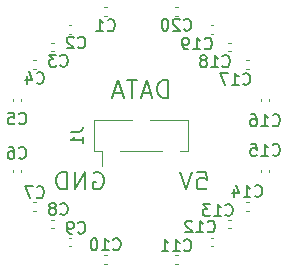
<source format=gbr>
%TF.GenerationSoftware,KiCad,Pcbnew,8.0.2-1*%
%TF.CreationDate,2025-01-26T22:20:59-08:00*%
%TF.ProjectId,Small_Pendant,536d616c-6c5f-4506-956e-64616e742e6b,rev?*%
%TF.SameCoordinates,Original*%
%TF.FileFunction,Legend,Bot*%
%TF.FilePolarity,Positive*%
%FSLAX46Y46*%
G04 Gerber Fmt 4.6, Leading zero omitted, Abs format (unit mm)*
G04 Created by KiCad (PCBNEW 8.0.2-1) date 2025-01-26 22:20:59*
%MOMM*%
%LPD*%
G01*
G04 APERTURE LIST*
%ADD10C,0.200000*%
%ADD11C,0.150000*%
%ADD12C,0.120000*%
G04 APERTURE END LIST*
D10*
X45975564Y-53132457D02*
X46118422Y-53061028D01*
X46118422Y-53061028D02*
X46332707Y-53061028D01*
X46332707Y-53061028D02*
X46546993Y-53132457D01*
X46546993Y-53132457D02*
X46689850Y-53275314D01*
X46689850Y-53275314D02*
X46761279Y-53418171D01*
X46761279Y-53418171D02*
X46832707Y-53703885D01*
X46832707Y-53703885D02*
X46832707Y-53918171D01*
X46832707Y-53918171D02*
X46761279Y-54203885D01*
X46761279Y-54203885D02*
X46689850Y-54346742D01*
X46689850Y-54346742D02*
X46546993Y-54489600D01*
X46546993Y-54489600D02*
X46332707Y-54561028D01*
X46332707Y-54561028D02*
X46189850Y-54561028D01*
X46189850Y-54561028D02*
X45975564Y-54489600D01*
X45975564Y-54489600D02*
X45904136Y-54418171D01*
X45904136Y-54418171D02*
X45904136Y-53918171D01*
X45904136Y-53918171D02*
X46189850Y-53918171D01*
X45261279Y-54561028D02*
X45261279Y-53061028D01*
X45261279Y-53061028D02*
X44404136Y-54561028D01*
X44404136Y-54561028D02*
X44404136Y-53061028D01*
X43689850Y-54561028D02*
X43689850Y-53061028D01*
X43689850Y-53061028D02*
X43332707Y-53061028D01*
X43332707Y-53061028D02*
X43118421Y-53132457D01*
X43118421Y-53132457D02*
X42975564Y-53275314D01*
X42975564Y-53275314D02*
X42904135Y-53418171D01*
X42904135Y-53418171D02*
X42832707Y-53703885D01*
X42832707Y-53703885D02*
X42832707Y-53918171D01*
X42832707Y-53918171D02*
X42904135Y-54203885D01*
X42904135Y-54203885D02*
X42975564Y-54346742D01*
X42975564Y-54346742D02*
X43118421Y-54489600D01*
X43118421Y-54489600D02*
X43332707Y-54561028D01*
X43332707Y-54561028D02*
X43689850Y-54561028D01*
X52249999Y-46806028D02*
X52249999Y-45306028D01*
X52249999Y-45306028D02*
X51892856Y-45306028D01*
X51892856Y-45306028D02*
X51678570Y-45377457D01*
X51678570Y-45377457D02*
X51535713Y-45520314D01*
X51535713Y-45520314D02*
X51464284Y-45663171D01*
X51464284Y-45663171D02*
X51392856Y-45948885D01*
X51392856Y-45948885D02*
X51392856Y-46163171D01*
X51392856Y-46163171D02*
X51464284Y-46448885D01*
X51464284Y-46448885D02*
X51535713Y-46591742D01*
X51535713Y-46591742D02*
X51678570Y-46734600D01*
X51678570Y-46734600D02*
X51892856Y-46806028D01*
X51892856Y-46806028D02*
X52249999Y-46806028D01*
X50821427Y-46377457D02*
X50107142Y-46377457D01*
X50964284Y-46806028D02*
X50464284Y-45306028D01*
X50464284Y-45306028D02*
X49964284Y-46806028D01*
X49678570Y-45306028D02*
X48821428Y-45306028D01*
X49249999Y-46806028D02*
X49249999Y-45306028D01*
X48392856Y-46377457D02*
X47678571Y-46377457D01*
X48535713Y-46806028D02*
X48035713Y-45306028D01*
X48035713Y-45306028D02*
X47535713Y-46806028D01*
X54774434Y-53061028D02*
X55488720Y-53061028D01*
X55488720Y-53061028D02*
X55560148Y-53775314D01*
X55560148Y-53775314D02*
X55488720Y-53703885D01*
X55488720Y-53703885D02*
X55345863Y-53632457D01*
X55345863Y-53632457D02*
X54988720Y-53632457D01*
X54988720Y-53632457D02*
X54845863Y-53703885D01*
X54845863Y-53703885D02*
X54774434Y-53775314D01*
X54774434Y-53775314D02*
X54703005Y-53918171D01*
X54703005Y-53918171D02*
X54703005Y-54275314D01*
X54703005Y-54275314D02*
X54774434Y-54418171D01*
X54774434Y-54418171D02*
X54845863Y-54489600D01*
X54845863Y-54489600D02*
X54988720Y-54561028D01*
X54988720Y-54561028D02*
X55345863Y-54561028D01*
X55345863Y-54561028D02*
X55488720Y-54489600D01*
X55488720Y-54489600D02*
X55560148Y-54418171D01*
X54274434Y-53061028D02*
X53774434Y-54561028D01*
X53774434Y-54561028D02*
X53274434Y-53061028D01*
D11*
X56892857Y-44109580D02*
X56940476Y-44157200D01*
X56940476Y-44157200D02*
X57083333Y-44204819D01*
X57083333Y-44204819D02*
X57178571Y-44204819D01*
X57178571Y-44204819D02*
X57321428Y-44157200D01*
X57321428Y-44157200D02*
X57416666Y-44061961D01*
X57416666Y-44061961D02*
X57464285Y-43966723D01*
X57464285Y-43966723D02*
X57511904Y-43776247D01*
X57511904Y-43776247D02*
X57511904Y-43633390D01*
X57511904Y-43633390D02*
X57464285Y-43442914D01*
X57464285Y-43442914D02*
X57416666Y-43347676D01*
X57416666Y-43347676D02*
X57321428Y-43252438D01*
X57321428Y-43252438D02*
X57178571Y-43204819D01*
X57178571Y-43204819D02*
X57083333Y-43204819D01*
X57083333Y-43204819D02*
X56940476Y-43252438D01*
X56940476Y-43252438D02*
X56892857Y-43300057D01*
X55940476Y-44204819D02*
X56511904Y-44204819D01*
X56226190Y-44204819D02*
X56226190Y-43204819D01*
X56226190Y-43204819D02*
X56321428Y-43347676D01*
X56321428Y-43347676D02*
X56416666Y-43442914D01*
X56416666Y-43442914D02*
X56511904Y-43490533D01*
X55369047Y-43633390D02*
X55464285Y-43585771D01*
X55464285Y-43585771D02*
X55511904Y-43538152D01*
X55511904Y-43538152D02*
X55559523Y-43442914D01*
X55559523Y-43442914D02*
X55559523Y-43395295D01*
X55559523Y-43395295D02*
X55511904Y-43300057D01*
X55511904Y-43300057D02*
X55464285Y-43252438D01*
X55464285Y-43252438D02*
X55369047Y-43204819D01*
X55369047Y-43204819D02*
X55178571Y-43204819D01*
X55178571Y-43204819D02*
X55083333Y-43252438D01*
X55083333Y-43252438D02*
X55035714Y-43300057D01*
X55035714Y-43300057D02*
X54988095Y-43395295D01*
X54988095Y-43395295D02*
X54988095Y-43442914D01*
X54988095Y-43442914D02*
X55035714Y-43538152D01*
X55035714Y-43538152D02*
X55083333Y-43585771D01*
X55083333Y-43585771D02*
X55178571Y-43633390D01*
X55178571Y-43633390D02*
X55369047Y-43633390D01*
X55369047Y-43633390D02*
X55464285Y-43681009D01*
X55464285Y-43681009D02*
X55511904Y-43728628D01*
X55511904Y-43728628D02*
X55559523Y-43823866D01*
X55559523Y-43823866D02*
X55559523Y-44014342D01*
X55559523Y-44014342D02*
X55511904Y-44109580D01*
X55511904Y-44109580D02*
X55464285Y-44157200D01*
X55464285Y-44157200D02*
X55369047Y-44204819D01*
X55369047Y-44204819D02*
X55178571Y-44204819D01*
X55178571Y-44204819D02*
X55083333Y-44157200D01*
X55083333Y-44157200D02*
X55035714Y-44109580D01*
X55035714Y-44109580D02*
X54988095Y-44014342D01*
X54988095Y-44014342D02*
X54988095Y-43823866D01*
X54988095Y-43823866D02*
X55035714Y-43728628D01*
X55035714Y-43728628D02*
X55083333Y-43681009D01*
X55083333Y-43681009D02*
X55178571Y-43633390D01*
X44044819Y-49666666D02*
X44759104Y-49666666D01*
X44759104Y-49666666D02*
X44901961Y-49619047D01*
X44901961Y-49619047D02*
X44997200Y-49523809D01*
X44997200Y-49523809D02*
X45044819Y-49380952D01*
X45044819Y-49380952D02*
X45044819Y-49285714D01*
X45044819Y-50666666D02*
X45044819Y-50095238D01*
X45044819Y-50380952D02*
X44044819Y-50380952D01*
X44044819Y-50380952D02*
X44187676Y-50285714D01*
X44187676Y-50285714D02*
X44282914Y-50190476D01*
X44282914Y-50190476D02*
X44330533Y-50095238D01*
X58642857Y-45609580D02*
X58690476Y-45657200D01*
X58690476Y-45657200D02*
X58833333Y-45704819D01*
X58833333Y-45704819D02*
X58928571Y-45704819D01*
X58928571Y-45704819D02*
X59071428Y-45657200D01*
X59071428Y-45657200D02*
X59166666Y-45561961D01*
X59166666Y-45561961D02*
X59214285Y-45466723D01*
X59214285Y-45466723D02*
X59261904Y-45276247D01*
X59261904Y-45276247D02*
X59261904Y-45133390D01*
X59261904Y-45133390D02*
X59214285Y-44942914D01*
X59214285Y-44942914D02*
X59166666Y-44847676D01*
X59166666Y-44847676D02*
X59071428Y-44752438D01*
X59071428Y-44752438D02*
X58928571Y-44704819D01*
X58928571Y-44704819D02*
X58833333Y-44704819D01*
X58833333Y-44704819D02*
X58690476Y-44752438D01*
X58690476Y-44752438D02*
X58642857Y-44800057D01*
X57690476Y-45704819D02*
X58261904Y-45704819D01*
X57976190Y-45704819D02*
X57976190Y-44704819D01*
X57976190Y-44704819D02*
X58071428Y-44847676D01*
X58071428Y-44847676D02*
X58166666Y-44942914D01*
X58166666Y-44942914D02*
X58261904Y-44990533D01*
X57357142Y-44704819D02*
X56690476Y-44704819D01*
X56690476Y-44704819D02*
X57119047Y-45704819D01*
X41166666Y-45519580D02*
X41214285Y-45567200D01*
X41214285Y-45567200D02*
X41357142Y-45614819D01*
X41357142Y-45614819D02*
X41452380Y-45614819D01*
X41452380Y-45614819D02*
X41595237Y-45567200D01*
X41595237Y-45567200D02*
X41690475Y-45471961D01*
X41690475Y-45471961D02*
X41738094Y-45376723D01*
X41738094Y-45376723D02*
X41785713Y-45186247D01*
X41785713Y-45186247D02*
X41785713Y-45043390D01*
X41785713Y-45043390D02*
X41738094Y-44852914D01*
X41738094Y-44852914D02*
X41690475Y-44757676D01*
X41690475Y-44757676D02*
X41595237Y-44662438D01*
X41595237Y-44662438D02*
X41452380Y-44614819D01*
X41452380Y-44614819D02*
X41357142Y-44614819D01*
X41357142Y-44614819D02*
X41214285Y-44662438D01*
X41214285Y-44662438D02*
X41166666Y-44710057D01*
X40309523Y-44948152D02*
X40309523Y-45614819D01*
X40547618Y-44567200D02*
X40785713Y-45281485D01*
X40785713Y-45281485D02*
X40166666Y-45281485D01*
X47166666Y-41059580D02*
X47214285Y-41107200D01*
X47214285Y-41107200D02*
X47357142Y-41154819D01*
X47357142Y-41154819D02*
X47452380Y-41154819D01*
X47452380Y-41154819D02*
X47595237Y-41107200D01*
X47595237Y-41107200D02*
X47690475Y-41011961D01*
X47690475Y-41011961D02*
X47738094Y-40916723D01*
X47738094Y-40916723D02*
X47785713Y-40726247D01*
X47785713Y-40726247D02*
X47785713Y-40583390D01*
X47785713Y-40583390D02*
X47738094Y-40392914D01*
X47738094Y-40392914D02*
X47690475Y-40297676D01*
X47690475Y-40297676D02*
X47595237Y-40202438D01*
X47595237Y-40202438D02*
X47452380Y-40154819D01*
X47452380Y-40154819D02*
X47357142Y-40154819D01*
X47357142Y-40154819D02*
X47214285Y-40202438D01*
X47214285Y-40202438D02*
X47166666Y-40250057D01*
X46214285Y-41154819D02*
X46785713Y-41154819D01*
X46499999Y-41154819D02*
X46499999Y-40154819D01*
X46499999Y-40154819D02*
X46595237Y-40297676D01*
X46595237Y-40297676D02*
X46690475Y-40392914D01*
X46690475Y-40392914D02*
X46785713Y-40440533D01*
X39666666Y-48959580D02*
X39714285Y-49007200D01*
X39714285Y-49007200D02*
X39857142Y-49054819D01*
X39857142Y-49054819D02*
X39952380Y-49054819D01*
X39952380Y-49054819D02*
X40095237Y-49007200D01*
X40095237Y-49007200D02*
X40190475Y-48911961D01*
X40190475Y-48911961D02*
X40238094Y-48816723D01*
X40238094Y-48816723D02*
X40285713Y-48626247D01*
X40285713Y-48626247D02*
X40285713Y-48483390D01*
X40285713Y-48483390D02*
X40238094Y-48292914D01*
X40238094Y-48292914D02*
X40190475Y-48197676D01*
X40190475Y-48197676D02*
X40095237Y-48102438D01*
X40095237Y-48102438D02*
X39952380Y-48054819D01*
X39952380Y-48054819D02*
X39857142Y-48054819D01*
X39857142Y-48054819D02*
X39714285Y-48102438D01*
X39714285Y-48102438D02*
X39666666Y-48150057D01*
X38761904Y-48054819D02*
X39238094Y-48054819D01*
X39238094Y-48054819D02*
X39285713Y-48531009D01*
X39285713Y-48531009D02*
X39238094Y-48483390D01*
X39238094Y-48483390D02*
X39142856Y-48435771D01*
X39142856Y-48435771D02*
X38904761Y-48435771D01*
X38904761Y-48435771D02*
X38809523Y-48483390D01*
X38809523Y-48483390D02*
X38761904Y-48531009D01*
X38761904Y-48531009D02*
X38714285Y-48626247D01*
X38714285Y-48626247D02*
X38714285Y-48864342D01*
X38714285Y-48864342D02*
X38761904Y-48959580D01*
X38761904Y-48959580D02*
X38809523Y-49007200D01*
X38809523Y-49007200D02*
X38904761Y-49054819D01*
X38904761Y-49054819D02*
X39142856Y-49054819D01*
X39142856Y-49054819D02*
X39238094Y-49007200D01*
X39238094Y-49007200D02*
X39285713Y-48959580D01*
X43166666Y-44059580D02*
X43214285Y-44107200D01*
X43214285Y-44107200D02*
X43357142Y-44154819D01*
X43357142Y-44154819D02*
X43452380Y-44154819D01*
X43452380Y-44154819D02*
X43595237Y-44107200D01*
X43595237Y-44107200D02*
X43690475Y-44011961D01*
X43690475Y-44011961D02*
X43738094Y-43916723D01*
X43738094Y-43916723D02*
X43785713Y-43726247D01*
X43785713Y-43726247D02*
X43785713Y-43583390D01*
X43785713Y-43583390D02*
X43738094Y-43392914D01*
X43738094Y-43392914D02*
X43690475Y-43297676D01*
X43690475Y-43297676D02*
X43595237Y-43202438D01*
X43595237Y-43202438D02*
X43452380Y-43154819D01*
X43452380Y-43154819D02*
X43357142Y-43154819D01*
X43357142Y-43154819D02*
X43214285Y-43202438D01*
X43214285Y-43202438D02*
X43166666Y-43250057D01*
X42833332Y-43154819D02*
X42214285Y-43154819D01*
X42214285Y-43154819D02*
X42547618Y-43535771D01*
X42547618Y-43535771D02*
X42404761Y-43535771D01*
X42404761Y-43535771D02*
X42309523Y-43583390D01*
X42309523Y-43583390D02*
X42261904Y-43631009D01*
X42261904Y-43631009D02*
X42214285Y-43726247D01*
X42214285Y-43726247D02*
X42214285Y-43964342D01*
X42214285Y-43964342D02*
X42261904Y-44059580D01*
X42261904Y-44059580D02*
X42309523Y-44107200D01*
X42309523Y-44107200D02*
X42404761Y-44154819D01*
X42404761Y-44154819D02*
X42690475Y-44154819D01*
X42690475Y-44154819D02*
X42785713Y-44107200D01*
X42785713Y-44107200D02*
X42833332Y-44059580D01*
X43166666Y-56609580D02*
X43214285Y-56657200D01*
X43214285Y-56657200D02*
X43357142Y-56704819D01*
X43357142Y-56704819D02*
X43452380Y-56704819D01*
X43452380Y-56704819D02*
X43595237Y-56657200D01*
X43595237Y-56657200D02*
X43690475Y-56561961D01*
X43690475Y-56561961D02*
X43738094Y-56466723D01*
X43738094Y-56466723D02*
X43785713Y-56276247D01*
X43785713Y-56276247D02*
X43785713Y-56133390D01*
X43785713Y-56133390D02*
X43738094Y-55942914D01*
X43738094Y-55942914D02*
X43690475Y-55847676D01*
X43690475Y-55847676D02*
X43595237Y-55752438D01*
X43595237Y-55752438D02*
X43452380Y-55704819D01*
X43452380Y-55704819D02*
X43357142Y-55704819D01*
X43357142Y-55704819D02*
X43214285Y-55752438D01*
X43214285Y-55752438D02*
X43166666Y-55800057D01*
X42595237Y-56133390D02*
X42690475Y-56085771D01*
X42690475Y-56085771D02*
X42738094Y-56038152D01*
X42738094Y-56038152D02*
X42785713Y-55942914D01*
X42785713Y-55942914D02*
X42785713Y-55895295D01*
X42785713Y-55895295D02*
X42738094Y-55800057D01*
X42738094Y-55800057D02*
X42690475Y-55752438D01*
X42690475Y-55752438D02*
X42595237Y-55704819D01*
X42595237Y-55704819D02*
X42404761Y-55704819D01*
X42404761Y-55704819D02*
X42309523Y-55752438D01*
X42309523Y-55752438D02*
X42261904Y-55800057D01*
X42261904Y-55800057D02*
X42214285Y-55895295D01*
X42214285Y-55895295D02*
X42214285Y-55942914D01*
X42214285Y-55942914D02*
X42261904Y-56038152D01*
X42261904Y-56038152D02*
X42309523Y-56085771D01*
X42309523Y-56085771D02*
X42404761Y-56133390D01*
X42404761Y-56133390D02*
X42595237Y-56133390D01*
X42595237Y-56133390D02*
X42690475Y-56181009D01*
X42690475Y-56181009D02*
X42738094Y-56228628D01*
X42738094Y-56228628D02*
X42785713Y-56323866D01*
X42785713Y-56323866D02*
X42785713Y-56514342D01*
X42785713Y-56514342D02*
X42738094Y-56609580D01*
X42738094Y-56609580D02*
X42690475Y-56657200D01*
X42690475Y-56657200D02*
X42595237Y-56704819D01*
X42595237Y-56704819D02*
X42404761Y-56704819D01*
X42404761Y-56704819D02*
X42309523Y-56657200D01*
X42309523Y-56657200D02*
X42261904Y-56609580D01*
X42261904Y-56609580D02*
X42214285Y-56514342D01*
X42214285Y-56514342D02*
X42214285Y-56323866D01*
X42214285Y-56323866D02*
X42261904Y-56228628D01*
X42261904Y-56228628D02*
X42309523Y-56181009D01*
X42309523Y-56181009D02*
X42404761Y-56133390D01*
X59642857Y-55109580D02*
X59690476Y-55157200D01*
X59690476Y-55157200D02*
X59833333Y-55204819D01*
X59833333Y-55204819D02*
X59928571Y-55204819D01*
X59928571Y-55204819D02*
X60071428Y-55157200D01*
X60071428Y-55157200D02*
X60166666Y-55061961D01*
X60166666Y-55061961D02*
X60214285Y-54966723D01*
X60214285Y-54966723D02*
X60261904Y-54776247D01*
X60261904Y-54776247D02*
X60261904Y-54633390D01*
X60261904Y-54633390D02*
X60214285Y-54442914D01*
X60214285Y-54442914D02*
X60166666Y-54347676D01*
X60166666Y-54347676D02*
X60071428Y-54252438D01*
X60071428Y-54252438D02*
X59928571Y-54204819D01*
X59928571Y-54204819D02*
X59833333Y-54204819D01*
X59833333Y-54204819D02*
X59690476Y-54252438D01*
X59690476Y-54252438D02*
X59642857Y-54300057D01*
X58690476Y-55204819D02*
X59261904Y-55204819D01*
X58976190Y-55204819D02*
X58976190Y-54204819D01*
X58976190Y-54204819D02*
X59071428Y-54347676D01*
X59071428Y-54347676D02*
X59166666Y-54442914D01*
X59166666Y-54442914D02*
X59261904Y-54490533D01*
X57833333Y-54538152D02*
X57833333Y-55204819D01*
X58071428Y-54157200D02*
X58309523Y-54871485D01*
X58309523Y-54871485D02*
X57690476Y-54871485D01*
X55642857Y-58109580D02*
X55690476Y-58157200D01*
X55690476Y-58157200D02*
X55833333Y-58204819D01*
X55833333Y-58204819D02*
X55928571Y-58204819D01*
X55928571Y-58204819D02*
X56071428Y-58157200D01*
X56071428Y-58157200D02*
X56166666Y-58061961D01*
X56166666Y-58061961D02*
X56214285Y-57966723D01*
X56214285Y-57966723D02*
X56261904Y-57776247D01*
X56261904Y-57776247D02*
X56261904Y-57633390D01*
X56261904Y-57633390D02*
X56214285Y-57442914D01*
X56214285Y-57442914D02*
X56166666Y-57347676D01*
X56166666Y-57347676D02*
X56071428Y-57252438D01*
X56071428Y-57252438D02*
X55928571Y-57204819D01*
X55928571Y-57204819D02*
X55833333Y-57204819D01*
X55833333Y-57204819D02*
X55690476Y-57252438D01*
X55690476Y-57252438D02*
X55642857Y-57300057D01*
X54690476Y-58204819D02*
X55261904Y-58204819D01*
X54976190Y-58204819D02*
X54976190Y-57204819D01*
X54976190Y-57204819D02*
X55071428Y-57347676D01*
X55071428Y-57347676D02*
X55166666Y-57442914D01*
X55166666Y-57442914D02*
X55261904Y-57490533D01*
X54309523Y-57300057D02*
X54261904Y-57252438D01*
X54261904Y-57252438D02*
X54166666Y-57204819D01*
X54166666Y-57204819D02*
X53928571Y-57204819D01*
X53928571Y-57204819D02*
X53833333Y-57252438D01*
X53833333Y-57252438D02*
X53785714Y-57300057D01*
X53785714Y-57300057D02*
X53738095Y-57395295D01*
X53738095Y-57395295D02*
X53738095Y-57490533D01*
X53738095Y-57490533D02*
X53785714Y-57633390D01*
X53785714Y-57633390D02*
X54357142Y-58204819D01*
X54357142Y-58204819D02*
X53738095Y-58204819D01*
X53642857Y-59699580D02*
X53690476Y-59747200D01*
X53690476Y-59747200D02*
X53833333Y-59794819D01*
X53833333Y-59794819D02*
X53928571Y-59794819D01*
X53928571Y-59794819D02*
X54071428Y-59747200D01*
X54071428Y-59747200D02*
X54166666Y-59651961D01*
X54166666Y-59651961D02*
X54214285Y-59556723D01*
X54214285Y-59556723D02*
X54261904Y-59366247D01*
X54261904Y-59366247D02*
X54261904Y-59223390D01*
X54261904Y-59223390D02*
X54214285Y-59032914D01*
X54214285Y-59032914D02*
X54166666Y-58937676D01*
X54166666Y-58937676D02*
X54071428Y-58842438D01*
X54071428Y-58842438D02*
X53928571Y-58794819D01*
X53928571Y-58794819D02*
X53833333Y-58794819D01*
X53833333Y-58794819D02*
X53690476Y-58842438D01*
X53690476Y-58842438D02*
X53642857Y-58890057D01*
X52690476Y-59794819D02*
X53261904Y-59794819D01*
X52976190Y-59794819D02*
X52976190Y-58794819D01*
X52976190Y-58794819D02*
X53071428Y-58937676D01*
X53071428Y-58937676D02*
X53166666Y-59032914D01*
X53166666Y-59032914D02*
X53261904Y-59080533D01*
X51738095Y-59794819D02*
X52309523Y-59794819D01*
X52023809Y-59794819D02*
X52023809Y-58794819D01*
X52023809Y-58794819D02*
X52119047Y-58937676D01*
X52119047Y-58937676D02*
X52214285Y-59032914D01*
X52214285Y-59032914D02*
X52309523Y-59080533D01*
X61142857Y-49109580D02*
X61190476Y-49157200D01*
X61190476Y-49157200D02*
X61333333Y-49204819D01*
X61333333Y-49204819D02*
X61428571Y-49204819D01*
X61428571Y-49204819D02*
X61571428Y-49157200D01*
X61571428Y-49157200D02*
X61666666Y-49061961D01*
X61666666Y-49061961D02*
X61714285Y-48966723D01*
X61714285Y-48966723D02*
X61761904Y-48776247D01*
X61761904Y-48776247D02*
X61761904Y-48633390D01*
X61761904Y-48633390D02*
X61714285Y-48442914D01*
X61714285Y-48442914D02*
X61666666Y-48347676D01*
X61666666Y-48347676D02*
X61571428Y-48252438D01*
X61571428Y-48252438D02*
X61428571Y-48204819D01*
X61428571Y-48204819D02*
X61333333Y-48204819D01*
X61333333Y-48204819D02*
X61190476Y-48252438D01*
X61190476Y-48252438D02*
X61142857Y-48300057D01*
X60190476Y-49204819D02*
X60761904Y-49204819D01*
X60476190Y-49204819D02*
X60476190Y-48204819D01*
X60476190Y-48204819D02*
X60571428Y-48347676D01*
X60571428Y-48347676D02*
X60666666Y-48442914D01*
X60666666Y-48442914D02*
X60761904Y-48490533D01*
X59333333Y-48204819D02*
X59523809Y-48204819D01*
X59523809Y-48204819D02*
X59619047Y-48252438D01*
X59619047Y-48252438D02*
X59666666Y-48300057D01*
X59666666Y-48300057D02*
X59761904Y-48442914D01*
X59761904Y-48442914D02*
X59809523Y-48633390D01*
X59809523Y-48633390D02*
X59809523Y-49014342D01*
X59809523Y-49014342D02*
X59761904Y-49109580D01*
X59761904Y-49109580D02*
X59714285Y-49157200D01*
X59714285Y-49157200D02*
X59619047Y-49204819D01*
X59619047Y-49204819D02*
X59428571Y-49204819D01*
X59428571Y-49204819D02*
X59333333Y-49157200D01*
X59333333Y-49157200D02*
X59285714Y-49109580D01*
X59285714Y-49109580D02*
X59238095Y-49014342D01*
X59238095Y-49014342D02*
X59238095Y-48776247D01*
X59238095Y-48776247D02*
X59285714Y-48681009D01*
X59285714Y-48681009D02*
X59333333Y-48633390D01*
X59333333Y-48633390D02*
X59428571Y-48585771D01*
X59428571Y-48585771D02*
X59619047Y-48585771D01*
X59619047Y-48585771D02*
X59714285Y-48633390D01*
X59714285Y-48633390D02*
X59761904Y-48681009D01*
X59761904Y-48681009D02*
X59809523Y-48776247D01*
X53642857Y-41019580D02*
X53690476Y-41067200D01*
X53690476Y-41067200D02*
X53833333Y-41114819D01*
X53833333Y-41114819D02*
X53928571Y-41114819D01*
X53928571Y-41114819D02*
X54071428Y-41067200D01*
X54071428Y-41067200D02*
X54166666Y-40971961D01*
X54166666Y-40971961D02*
X54214285Y-40876723D01*
X54214285Y-40876723D02*
X54261904Y-40686247D01*
X54261904Y-40686247D02*
X54261904Y-40543390D01*
X54261904Y-40543390D02*
X54214285Y-40352914D01*
X54214285Y-40352914D02*
X54166666Y-40257676D01*
X54166666Y-40257676D02*
X54071428Y-40162438D01*
X54071428Y-40162438D02*
X53928571Y-40114819D01*
X53928571Y-40114819D02*
X53833333Y-40114819D01*
X53833333Y-40114819D02*
X53690476Y-40162438D01*
X53690476Y-40162438D02*
X53642857Y-40210057D01*
X53261904Y-40210057D02*
X53214285Y-40162438D01*
X53214285Y-40162438D02*
X53119047Y-40114819D01*
X53119047Y-40114819D02*
X52880952Y-40114819D01*
X52880952Y-40114819D02*
X52785714Y-40162438D01*
X52785714Y-40162438D02*
X52738095Y-40210057D01*
X52738095Y-40210057D02*
X52690476Y-40305295D01*
X52690476Y-40305295D02*
X52690476Y-40400533D01*
X52690476Y-40400533D02*
X52738095Y-40543390D01*
X52738095Y-40543390D02*
X53309523Y-41114819D01*
X53309523Y-41114819D02*
X52690476Y-41114819D01*
X52071428Y-40114819D02*
X51976190Y-40114819D01*
X51976190Y-40114819D02*
X51880952Y-40162438D01*
X51880952Y-40162438D02*
X51833333Y-40210057D01*
X51833333Y-40210057D02*
X51785714Y-40305295D01*
X51785714Y-40305295D02*
X51738095Y-40495771D01*
X51738095Y-40495771D02*
X51738095Y-40733866D01*
X51738095Y-40733866D02*
X51785714Y-40924342D01*
X51785714Y-40924342D02*
X51833333Y-41019580D01*
X51833333Y-41019580D02*
X51880952Y-41067200D01*
X51880952Y-41067200D02*
X51976190Y-41114819D01*
X51976190Y-41114819D02*
X52071428Y-41114819D01*
X52071428Y-41114819D02*
X52166666Y-41067200D01*
X52166666Y-41067200D02*
X52214285Y-41019580D01*
X52214285Y-41019580D02*
X52261904Y-40924342D01*
X52261904Y-40924342D02*
X52309523Y-40733866D01*
X52309523Y-40733866D02*
X52309523Y-40495771D01*
X52309523Y-40495771D02*
X52261904Y-40305295D01*
X52261904Y-40305295D02*
X52214285Y-40210057D01*
X52214285Y-40210057D02*
X52166666Y-40162438D01*
X52166666Y-40162438D02*
X52071428Y-40114819D01*
X44666666Y-58199580D02*
X44714285Y-58247200D01*
X44714285Y-58247200D02*
X44857142Y-58294819D01*
X44857142Y-58294819D02*
X44952380Y-58294819D01*
X44952380Y-58294819D02*
X45095237Y-58247200D01*
X45095237Y-58247200D02*
X45190475Y-58151961D01*
X45190475Y-58151961D02*
X45238094Y-58056723D01*
X45238094Y-58056723D02*
X45285713Y-57866247D01*
X45285713Y-57866247D02*
X45285713Y-57723390D01*
X45285713Y-57723390D02*
X45238094Y-57532914D01*
X45238094Y-57532914D02*
X45190475Y-57437676D01*
X45190475Y-57437676D02*
X45095237Y-57342438D01*
X45095237Y-57342438D02*
X44952380Y-57294819D01*
X44952380Y-57294819D02*
X44857142Y-57294819D01*
X44857142Y-57294819D02*
X44714285Y-57342438D01*
X44714285Y-57342438D02*
X44666666Y-57390057D01*
X44190475Y-58294819D02*
X43999999Y-58294819D01*
X43999999Y-58294819D02*
X43904761Y-58247200D01*
X43904761Y-58247200D02*
X43857142Y-58199580D01*
X43857142Y-58199580D02*
X43761904Y-58056723D01*
X43761904Y-58056723D02*
X43714285Y-57866247D01*
X43714285Y-57866247D02*
X43714285Y-57485295D01*
X43714285Y-57485295D02*
X43761904Y-57390057D01*
X43761904Y-57390057D02*
X43809523Y-57342438D01*
X43809523Y-57342438D02*
X43904761Y-57294819D01*
X43904761Y-57294819D02*
X44095237Y-57294819D01*
X44095237Y-57294819D02*
X44190475Y-57342438D01*
X44190475Y-57342438D02*
X44238094Y-57390057D01*
X44238094Y-57390057D02*
X44285713Y-57485295D01*
X44285713Y-57485295D02*
X44285713Y-57723390D01*
X44285713Y-57723390D02*
X44238094Y-57818628D01*
X44238094Y-57818628D02*
X44190475Y-57866247D01*
X44190475Y-57866247D02*
X44095237Y-57913866D01*
X44095237Y-57913866D02*
X43904761Y-57913866D01*
X43904761Y-57913866D02*
X43809523Y-57866247D01*
X43809523Y-57866247D02*
X43761904Y-57818628D01*
X43761904Y-57818628D02*
X43714285Y-57723390D01*
X44666666Y-42519580D02*
X44714285Y-42567200D01*
X44714285Y-42567200D02*
X44857142Y-42614819D01*
X44857142Y-42614819D02*
X44952380Y-42614819D01*
X44952380Y-42614819D02*
X45095237Y-42567200D01*
X45095237Y-42567200D02*
X45190475Y-42471961D01*
X45190475Y-42471961D02*
X45238094Y-42376723D01*
X45238094Y-42376723D02*
X45285713Y-42186247D01*
X45285713Y-42186247D02*
X45285713Y-42043390D01*
X45285713Y-42043390D02*
X45238094Y-41852914D01*
X45238094Y-41852914D02*
X45190475Y-41757676D01*
X45190475Y-41757676D02*
X45095237Y-41662438D01*
X45095237Y-41662438D02*
X44952380Y-41614819D01*
X44952380Y-41614819D02*
X44857142Y-41614819D01*
X44857142Y-41614819D02*
X44714285Y-41662438D01*
X44714285Y-41662438D02*
X44666666Y-41710057D01*
X44285713Y-41710057D02*
X44238094Y-41662438D01*
X44238094Y-41662438D02*
X44142856Y-41614819D01*
X44142856Y-41614819D02*
X43904761Y-41614819D01*
X43904761Y-41614819D02*
X43809523Y-41662438D01*
X43809523Y-41662438D02*
X43761904Y-41710057D01*
X43761904Y-41710057D02*
X43714285Y-41805295D01*
X43714285Y-41805295D02*
X43714285Y-41900533D01*
X43714285Y-41900533D02*
X43761904Y-42043390D01*
X43761904Y-42043390D02*
X44333332Y-42614819D01*
X44333332Y-42614819D02*
X43714285Y-42614819D01*
X57142857Y-56699580D02*
X57190476Y-56747200D01*
X57190476Y-56747200D02*
X57333333Y-56794819D01*
X57333333Y-56794819D02*
X57428571Y-56794819D01*
X57428571Y-56794819D02*
X57571428Y-56747200D01*
X57571428Y-56747200D02*
X57666666Y-56651961D01*
X57666666Y-56651961D02*
X57714285Y-56556723D01*
X57714285Y-56556723D02*
X57761904Y-56366247D01*
X57761904Y-56366247D02*
X57761904Y-56223390D01*
X57761904Y-56223390D02*
X57714285Y-56032914D01*
X57714285Y-56032914D02*
X57666666Y-55937676D01*
X57666666Y-55937676D02*
X57571428Y-55842438D01*
X57571428Y-55842438D02*
X57428571Y-55794819D01*
X57428571Y-55794819D02*
X57333333Y-55794819D01*
X57333333Y-55794819D02*
X57190476Y-55842438D01*
X57190476Y-55842438D02*
X57142857Y-55890057D01*
X56190476Y-56794819D02*
X56761904Y-56794819D01*
X56476190Y-56794819D02*
X56476190Y-55794819D01*
X56476190Y-55794819D02*
X56571428Y-55937676D01*
X56571428Y-55937676D02*
X56666666Y-56032914D01*
X56666666Y-56032914D02*
X56761904Y-56080533D01*
X55857142Y-55794819D02*
X55238095Y-55794819D01*
X55238095Y-55794819D02*
X55571428Y-56175771D01*
X55571428Y-56175771D02*
X55428571Y-56175771D01*
X55428571Y-56175771D02*
X55333333Y-56223390D01*
X55333333Y-56223390D02*
X55285714Y-56271009D01*
X55285714Y-56271009D02*
X55238095Y-56366247D01*
X55238095Y-56366247D02*
X55238095Y-56604342D01*
X55238095Y-56604342D02*
X55285714Y-56699580D01*
X55285714Y-56699580D02*
X55333333Y-56747200D01*
X55333333Y-56747200D02*
X55428571Y-56794819D01*
X55428571Y-56794819D02*
X55714285Y-56794819D01*
X55714285Y-56794819D02*
X55809523Y-56747200D01*
X55809523Y-56747200D02*
X55857142Y-56699580D01*
X61142857Y-51609580D02*
X61190476Y-51657200D01*
X61190476Y-51657200D02*
X61333333Y-51704819D01*
X61333333Y-51704819D02*
X61428571Y-51704819D01*
X61428571Y-51704819D02*
X61571428Y-51657200D01*
X61571428Y-51657200D02*
X61666666Y-51561961D01*
X61666666Y-51561961D02*
X61714285Y-51466723D01*
X61714285Y-51466723D02*
X61761904Y-51276247D01*
X61761904Y-51276247D02*
X61761904Y-51133390D01*
X61761904Y-51133390D02*
X61714285Y-50942914D01*
X61714285Y-50942914D02*
X61666666Y-50847676D01*
X61666666Y-50847676D02*
X61571428Y-50752438D01*
X61571428Y-50752438D02*
X61428571Y-50704819D01*
X61428571Y-50704819D02*
X61333333Y-50704819D01*
X61333333Y-50704819D02*
X61190476Y-50752438D01*
X61190476Y-50752438D02*
X61142857Y-50800057D01*
X60190476Y-51704819D02*
X60761904Y-51704819D01*
X60476190Y-51704819D02*
X60476190Y-50704819D01*
X60476190Y-50704819D02*
X60571428Y-50847676D01*
X60571428Y-50847676D02*
X60666666Y-50942914D01*
X60666666Y-50942914D02*
X60761904Y-50990533D01*
X59285714Y-50704819D02*
X59761904Y-50704819D01*
X59761904Y-50704819D02*
X59809523Y-51181009D01*
X59809523Y-51181009D02*
X59761904Y-51133390D01*
X59761904Y-51133390D02*
X59666666Y-51085771D01*
X59666666Y-51085771D02*
X59428571Y-51085771D01*
X59428571Y-51085771D02*
X59333333Y-51133390D01*
X59333333Y-51133390D02*
X59285714Y-51181009D01*
X59285714Y-51181009D02*
X59238095Y-51276247D01*
X59238095Y-51276247D02*
X59238095Y-51514342D01*
X59238095Y-51514342D02*
X59285714Y-51609580D01*
X59285714Y-51609580D02*
X59333333Y-51657200D01*
X59333333Y-51657200D02*
X59428571Y-51704819D01*
X59428571Y-51704819D02*
X59666666Y-51704819D01*
X59666666Y-51704819D02*
X59761904Y-51657200D01*
X59761904Y-51657200D02*
X59809523Y-51609580D01*
X47642857Y-59609580D02*
X47690476Y-59657200D01*
X47690476Y-59657200D02*
X47833333Y-59704819D01*
X47833333Y-59704819D02*
X47928571Y-59704819D01*
X47928571Y-59704819D02*
X48071428Y-59657200D01*
X48071428Y-59657200D02*
X48166666Y-59561961D01*
X48166666Y-59561961D02*
X48214285Y-59466723D01*
X48214285Y-59466723D02*
X48261904Y-59276247D01*
X48261904Y-59276247D02*
X48261904Y-59133390D01*
X48261904Y-59133390D02*
X48214285Y-58942914D01*
X48214285Y-58942914D02*
X48166666Y-58847676D01*
X48166666Y-58847676D02*
X48071428Y-58752438D01*
X48071428Y-58752438D02*
X47928571Y-58704819D01*
X47928571Y-58704819D02*
X47833333Y-58704819D01*
X47833333Y-58704819D02*
X47690476Y-58752438D01*
X47690476Y-58752438D02*
X47642857Y-58800057D01*
X46690476Y-59704819D02*
X47261904Y-59704819D01*
X46976190Y-59704819D02*
X46976190Y-58704819D01*
X46976190Y-58704819D02*
X47071428Y-58847676D01*
X47071428Y-58847676D02*
X47166666Y-58942914D01*
X47166666Y-58942914D02*
X47261904Y-58990533D01*
X46071428Y-58704819D02*
X45976190Y-58704819D01*
X45976190Y-58704819D02*
X45880952Y-58752438D01*
X45880952Y-58752438D02*
X45833333Y-58800057D01*
X45833333Y-58800057D02*
X45785714Y-58895295D01*
X45785714Y-58895295D02*
X45738095Y-59085771D01*
X45738095Y-59085771D02*
X45738095Y-59323866D01*
X45738095Y-59323866D02*
X45785714Y-59514342D01*
X45785714Y-59514342D02*
X45833333Y-59609580D01*
X45833333Y-59609580D02*
X45880952Y-59657200D01*
X45880952Y-59657200D02*
X45976190Y-59704819D01*
X45976190Y-59704819D02*
X46071428Y-59704819D01*
X46071428Y-59704819D02*
X46166666Y-59657200D01*
X46166666Y-59657200D02*
X46214285Y-59609580D01*
X46214285Y-59609580D02*
X46261904Y-59514342D01*
X46261904Y-59514342D02*
X46309523Y-59323866D01*
X46309523Y-59323866D02*
X46309523Y-59085771D01*
X46309523Y-59085771D02*
X46261904Y-58895295D01*
X46261904Y-58895295D02*
X46214285Y-58800057D01*
X46214285Y-58800057D02*
X46166666Y-58752438D01*
X46166666Y-58752438D02*
X46071428Y-58704819D01*
X41166666Y-55199580D02*
X41214285Y-55247200D01*
X41214285Y-55247200D02*
X41357142Y-55294819D01*
X41357142Y-55294819D02*
X41452380Y-55294819D01*
X41452380Y-55294819D02*
X41595237Y-55247200D01*
X41595237Y-55247200D02*
X41690475Y-55151961D01*
X41690475Y-55151961D02*
X41738094Y-55056723D01*
X41738094Y-55056723D02*
X41785713Y-54866247D01*
X41785713Y-54866247D02*
X41785713Y-54723390D01*
X41785713Y-54723390D02*
X41738094Y-54532914D01*
X41738094Y-54532914D02*
X41690475Y-54437676D01*
X41690475Y-54437676D02*
X41595237Y-54342438D01*
X41595237Y-54342438D02*
X41452380Y-54294819D01*
X41452380Y-54294819D02*
X41357142Y-54294819D01*
X41357142Y-54294819D02*
X41214285Y-54342438D01*
X41214285Y-54342438D02*
X41166666Y-54390057D01*
X40833332Y-54294819D02*
X40166666Y-54294819D01*
X40166666Y-54294819D02*
X40595237Y-55294819D01*
X55392857Y-42609580D02*
X55440476Y-42657200D01*
X55440476Y-42657200D02*
X55583333Y-42704819D01*
X55583333Y-42704819D02*
X55678571Y-42704819D01*
X55678571Y-42704819D02*
X55821428Y-42657200D01*
X55821428Y-42657200D02*
X55916666Y-42561961D01*
X55916666Y-42561961D02*
X55964285Y-42466723D01*
X55964285Y-42466723D02*
X56011904Y-42276247D01*
X56011904Y-42276247D02*
X56011904Y-42133390D01*
X56011904Y-42133390D02*
X55964285Y-41942914D01*
X55964285Y-41942914D02*
X55916666Y-41847676D01*
X55916666Y-41847676D02*
X55821428Y-41752438D01*
X55821428Y-41752438D02*
X55678571Y-41704819D01*
X55678571Y-41704819D02*
X55583333Y-41704819D01*
X55583333Y-41704819D02*
X55440476Y-41752438D01*
X55440476Y-41752438D02*
X55392857Y-41800057D01*
X54440476Y-42704819D02*
X55011904Y-42704819D01*
X54726190Y-42704819D02*
X54726190Y-41704819D01*
X54726190Y-41704819D02*
X54821428Y-41847676D01*
X54821428Y-41847676D02*
X54916666Y-41942914D01*
X54916666Y-41942914D02*
X55011904Y-41990533D01*
X53964285Y-42704819D02*
X53773809Y-42704819D01*
X53773809Y-42704819D02*
X53678571Y-42657200D01*
X53678571Y-42657200D02*
X53630952Y-42609580D01*
X53630952Y-42609580D02*
X53535714Y-42466723D01*
X53535714Y-42466723D02*
X53488095Y-42276247D01*
X53488095Y-42276247D02*
X53488095Y-41895295D01*
X53488095Y-41895295D02*
X53535714Y-41800057D01*
X53535714Y-41800057D02*
X53583333Y-41752438D01*
X53583333Y-41752438D02*
X53678571Y-41704819D01*
X53678571Y-41704819D02*
X53869047Y-41704819D01*
X53869047Y-41704819D02*
X53964285Y-41752438D01*
X53964285Y-41752438D02*
X54011904Y-41800057D01*
X54011904Y-41800057D02*
X54059523Y-41895295D01*
X54059523Y-41895295D02*
X54059523Y-42133390D01*
X54059523Y-42133390D02*
X54011904Y-42228628D01*
X54011904Y-42228628D02*
X53964285Y-42276247D01*
X53964285Y-42276247D02*
X53869047Y-42323866D01*
X53869047Y-42323866D02*
X53678571Y-42323866D01*
X53678571Y-42323866D02*
X53583333Y-42276247D01*
X53583333Y-42276247D02*
X53535714Y-42228628D01*
X53535714Y-42228628D02*
X53488095Y-42133390D01*
X39666666Y-51859580D02*
X39714285Y-51907200D01*
X39714285Y-51907200D02*
X39857142Y-51954819D01*
X39857142Y-51954819D02*
X39952380Y-51954819D01*
X39952380Y-51954819D02*
X40095237Y-51907200D01*
X40095237Y-51907200D02*
X40190475Y-51811961D01*
X40190475Y-51811961D02*
X40238094Y-51716723D01*
X40238094Y-51716723D02*
X40285713Y-51526247D01*
X40285713Y-51526247D02*
X40285713Y-51383390D01*
X40285713Y-51383390D02*
X40238094Y-51192914D01*
X40238094Y-51192914D02*
X40190475Y-51097676D01*
X40190475Y-51097676D02*
X40095237Y-51002438D01*
X40095237Y-51002438D02*
X39952380Y-50954819D01*
X39952380Y-50954819D02*
X39857142Y-50954819D01*
X39857142Y-50954819D02*
X39714285Y-51002438D01*
X39714285Y-51002438D02*
X39666666Y-51050057D01*
X38809523Y-50954819D02*
X38999999Y-50954819D01*
X38999999Y-50954819D02*
X39095237Y-51002438D01*
X39095237Y-51002438D02*
X39142856Y-51050057D01*
X39142856Y-51050057D02*
X39238094Y-51192914D01*
X39238094Y-51192914D02*
X39285713Y-51383390D01*
X39285713Y-51383390D02*
X39285713Y-51764342D01*
X39285713Y-51764342D02*
X39238094Y-51859580D01*
X39238094Y-51859580D02*
X39190475Y-51907200D01*
X39190475Y-51907200D02*
X39095237Y-51954819D01*
X39095237Y-51954819D02*
X38904761Y-51954819D01*
X38904761Y-51954819D02*
X38809523Y-51907200D01*
X38809523Y-51907200D02*
X38761904Y-51859580D01*
X38761904Y-51859580D02*
X38714285Y-51764342D01*
X38714285Y-51764342D02*
X38714285Y-51526247D01*
X38714285Y-51526247D02*
X38761904Y-51431009D01*
X38761904Y-51431009D02*
X38809523Y-51383390D01*
X38809523Y-51383390D02*
X38904761Y-51335771D01*
X38904761Y-51335771D02*
X39095237Y-51335771D01*
X39095237Y-51335771D02*
X39190475Y-51383390D01*
X39190475Y-51383390D02*
X39238094Y-51431009D01*
X39238094Y-51431009D02*
X39285713Y-51526247D01*
D12*
%TO.C,C18*%
X57607836Y-42140000D02*
X57392164Y-42140000D01*
X57607836Y-42860000D02*
X57392164Y-42860000D01*
%TO.C,J1*%
X46030000Y-51330000D02*
X46030000Y-48670000D01*
X46700000Y-51330000D02*
X46030000Y-51330000D01*
X46700000Y-52540000D02*
X46700000Y-51330000D01*
X49240000Y-48670000D02*
X46030000Y-48670000D01*
X51780000Y-51330000D02*
X48220000Y-51330000D01*
X53970000Y-48670000D02*
X50760000Y-48670000D01*
X53970000Y-51330000D02*
X53300000Y-51330000D01*
X53970000Y-51330000D02*
X53970000Y-48670000D01*
%TO.C,C17*%
X59107836Y-43640000D02*
X58892164Y-43640000D01*
X59107836Y-44360000D02*
X58892164Y-44360000D01*
%TO.C,C4*%
X41107836Y-43640000D02*
X40892164Y-43640000D01*
X41107836Y-44360000D02*
X40892164Y-44360000D01*
%TO.C,C1*%
X46892164Y-39140000D02*
X47107836Y-39140000D01*
X46892164Y-39860000D02*
X47107836Y-39860000D01*
%TO.C,C5*%
X39140000Y-46892164D02*
X39140000Y-47107836D01*
X39860000Y-46892164D02*
X39860000Y-47107836D01*
%TO.C,C3*%
X42392164Y-42140000D02*
X42607836Y-42140000D01*
X42392164Y-42860000D02*
X42607836Y-42860000D01*
%TO.C,C8*%
X42607836Y-57140000D02*
X42392164Y-57140000D01*
X42607836Y-57860000D02*
X42392164Y-57860000D01*
%TO.C,C14*%
X59107836Y-55640000D02*
X58892164Y-55640000D01*
X59107836Y-56360000D02*
X58892164Y-56360000D01*
%TO.C,C12*%
X56107836Y-58640000D02*
X55892164Y-58640000D01*
X56107836Y-59360000D02*
X55892164Y-59360000D01*
%TO.C,C11*%
X52892164Y-60140000D02*
X53107836Y-60140000D01*
X52892164Y-60860000D02*
X53107836Y-60860000D01*
%TO.C,C16*%
X60140000Y-46892164D02*
X60140000Y-47107836D01*
X60860000Y-46892164D02*
X60860000Y-47107836D01*
%TO.C,C20*%
X53107836Y-39140000D02*
X52892164Y-39140000D01*
X53107836Y-39860000D02*
X52892164Y-39860000D01*
%TO.C,C9*%
X43892164Y-58640000D02*
X44107836Y-58640000D01*
X43892164Y-59360000D02*
X44107836Y-59360000D01*
%TO.C,C2*%
X44107836Y-40640000D02*
X43892164Y-40640000D01*
X44107836Y-41360000D02*
X43892164Y-41360000D01*
%TO.C,C13*%
X57392164Y-57140000D02*
X57607836Y-57140000D01*
X57392164Y-57860000D02*
X57607836Y-57860000D01*
%TO.C,C15*%
X60140000Y-52892164D02*
X60140000Y-53107836D01*
X60860000Y-52892164D02*
X60860000Y-53107836D01*
%TO.C,C10*%
X47107836Y-60140000D02*
X46892164Y-60140000D01*
X47107836Y-60860000D02*
X46892164Y-60860000D01*
%TO.C,C7*%
X40892164Y-55640000D02*
X41107836Y-55640000D01*
X40892164Y-56360000D02*
X41107836Y-56360000D01*
%TO.C,C19*%
X55892164Y-40640000D02*
X56107836Y-40640000D01*
X55892164Y-41360000D02*
X56107836Y-41360000D01*
%TO.C,C6*%
X39140000Y-52892164D02*
X39140000Y-53107836D01*
X39860000Y-52892164D02*
X39860000Y-53107836D01*
%TD*%
M02*

</source>
